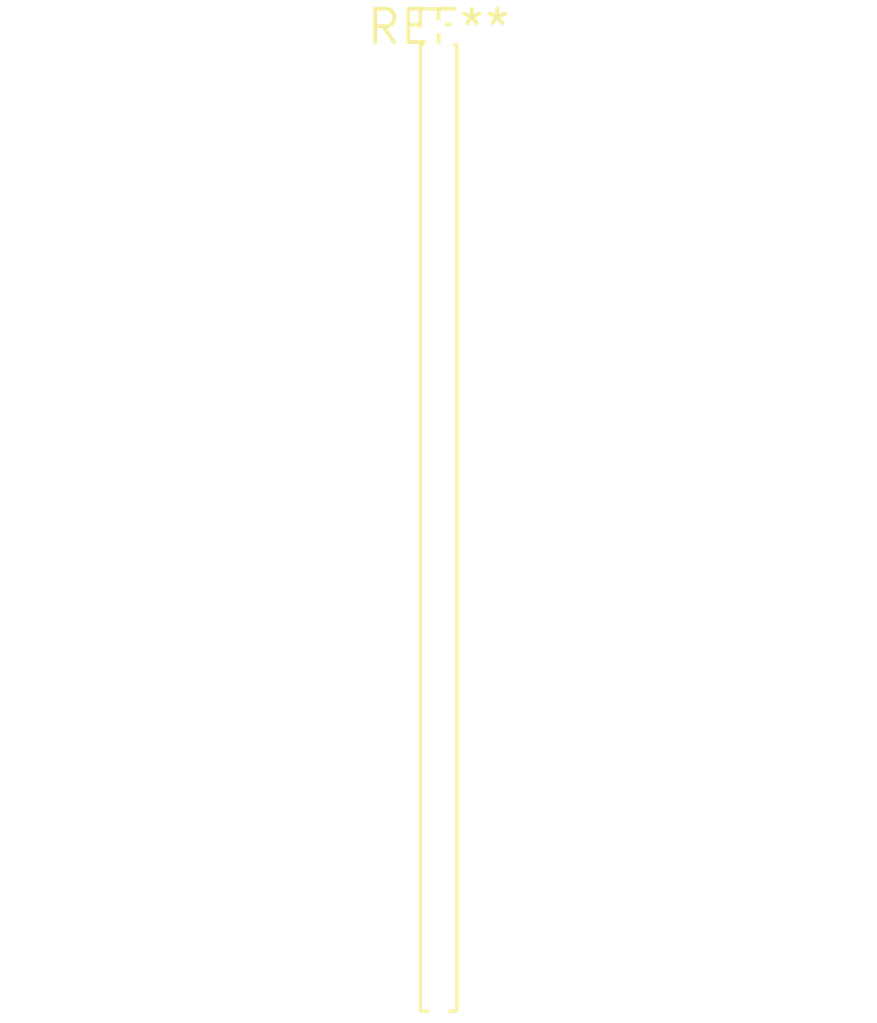
<source format=kicad_pcb>
(kicad_pcb (version 20240108) (generator pcbnew)
  (layers (0 "F.Cu" signal) (31 "B.Cu" signal) (34 "B.Paste" user) (35 "F.Paste" user) (36 "B.SilkS" user "B.Silkscreen") (37 "F.SilkS" user "F.Silkscreen") (38 "B.Mask" user) (39 "F.Mask" user) (44 "Edge.Cuts" user))
  (net 0 "")
  (footprint "PinHeader_1x38_P1.00mm_Vertical" (layer "F.Cu") (at 0 0)
    (property "Reference" "REF**")
    (property "Value" "PinHeader_1x38_P1.00mm_Vertical")
    (fp_line (start -0.695 -0.685) (end 0 -0.685) (layer "F.SilkS") (stroke (width 0.12)))
    (fp_line (start -0.695 0) (end -0.695 -0.685) (layer "F.SilkS") (stroke (width 0.12)))
    (fp_line (start -0.695 0.685) (end -0.695 37.56) (layer "F.SilkS") (stroke (width 0.12)))
    (fp_line (start -0.695 0.685) (end -0.608276 0.685) (layer "F.SilkS") (stroke (width 0.12)))
    (fp_line (start -0.695 37.56) (end -0.394493 37.56) (layer "F.SilkS") (stroke (width 0.12)))
    (fp_line (start 0.394493 37.56) (end 0.695 37.56) (layer "F.SilkS") (stroke (width 0.12)))
    (fp_line (start 0.608276 0.685) (end 0.695 0.685) (layer "F.SilkS") (stroke (width 0.12)))
    (fp_line (start 0.695 0.685) (end 0.695 37.56) (layer "F.SilkS") (stroke (width 0.12)))
    (pad "1" thru_hole rect (at 0 0) (size 0.85 0.85) (drill 0.5) (layers *.Cu *.Mask) (remove_unused_layers))
    (pad "2" thru_hole oval (at 0 1) (size 0.85 0.85) (drill 0.5) (layers *.Cu *.Mask) (remove_unused_layers))
    (pad "3" thru_hole oval (at 0 2) (size 0.85 0.85) (drill 0.5) (layers *.Cu *.Mask) (remove_unused_layers))
    (pad "4" thru_hole oval (at 0 3) (size 0.85 0.85) (drill 0.5) (layers *.Cu *.Mask) (remove_unused_layers))
    (pad "5" thru_hole oval (at 0 4) (size 0.85 0.85) (drill 0.5) (layers *.Cu *.Mask) (remove_unused_layers))
    (pad "6" thru_hole oval (at 0 5) (size 0.85 0.85) (drill 0.5) (layers *.Cu *.Mask) (remove_unused_layers))
    (pad "7" thru_hole oval (at 0 6) (size 0.85 0.85) (drill 0.5) (layers *.Cu *.Mask) (remove_unused_layers))
    (pad "8" thru_hole oval (at 0 7) (size 0.85 0.85) (drill 0.5) (layers *.Cu *.Mask) (remove_unused_layers))
    (pad "9" thru_hole oval (at 0 8) (size 0.85 0.85) (drill 0.5) (layers *.Cu *.Mask) (remove_unused_layers))
    (pad "10" thru_hole oval (at 0 9) (size 0.85 0.85) (drill 0.5) (layers *.Cu *.Mask) (remove_unused_layers))
    (pad "11" thru_hole oval (at 0 10) (size 0.85 0.85) (drill 0.5) (layers *.Cu *.Mask) (remove_unused_layers))
    (pad "12" thru_hole oval (at 0 11) (size 0.85 0.85) (drill 0.5) (layers *.Cu *.Mask) (remove_unused_layers))
    (pad "13" thru_hole oval (at 0 12) (size 0.85 0.85) (drill 0.5) (layers *.Cu *.Mask) (remove_unused_layers))
    (pad "14" thru_hole oval (at 0 13) (size 0.85 0.85) (drill 0.5) (layers *.Cu *.Mask) (remove_unused_layers))
    (pad "15" thru_hole oval (at 0 14) (size 0.85 0.85) (drill 0.5) (layers *.Cu *.Mask) (remove_unused_layers))
    (pad "16" thru_hole oval (at 0 15) (size 0.85 0.85) (drill 0.5) (layers *.Cu *.Mask) (remove_unused_layers))
    (pad "17" thru_hole oval (at 0 16) (size 0.85 0.85) (drill 0.5) (layers *.Cu *.Mask) (remove_unused_layers))
    (pad "18" thru_hole oval (at 0 17) (size 0.85 0.85) (drill 0.5) (layers *.Cu *.Mask) (remove_unused_layers))
    (pad "19" thru_hole oval (at 0 18) (size 0.85 0.85) (drill 0.5) (layers *.Cu *.Mask) (remove_unused_layers))
    (pad "20" thru_hole oval (at 0 19) (size 0.85 0.85) (drill 0.5) (layers *.Cu *.Mask) (remove_unused_layers))
    (pad "21" thru_hole oval (at 0 20) (size 0.85 0.85) (drill 0.5) (layers *.Cu *.Mask) (remove_unused_layers))
    (pad "22" thru_hole oval (at 0 21) (size 0.85 0.85) (drill 0.5) (layers *.Cu *.Mask) (remove_unused_layers))
    (pad "23" thru_hole oval (at 0 22) (size 0.85 0.85) (drill 0.5) (layers *.Cu *.Mask) (remove_unused_layers))
    (pad "24" thru_hole oval (at 0 23) (size 0.85 0.85) (drill 0.5) (layers *.Cu *.Mask) (remove_unused_layers))
    (pad "25" thru_hole oval (at 0 24) (size 0.85 0.85) (drill 0.5) (layers *.Cu *.Mask) (remove_unused_layers))
    (pad "26" thru_hole oval (at 0 25) (size 0.85 0.85) (drill 0.5) (layers *.Cu *.Mask) (remove_unused_layers))
    (pad "27" thru_hole oval (at 0 26) (size 0.85 0.85) (drill 0.5) (layers *.Cu *.Mask) (remove_unused_layers))
    (pad "28" thru_hole oval (at 0 27) (size 0.85 0.85) (drill 0.5) (layers *.Cu *.Mask) (remove_unused_layers))
    (pad "29" thru_hole oval (at 0 28) (size 0.85 0.85) (drill 0.5) (layers *.Cu *.Mask) (remove_unused_layers))
    (pad "30" thru_hole oval (at 0 29) (size 0.85 0.85) (drill 0.5) (layers *.Cu *.Mask) (remove_unused_layers))
    (pad "31" thru_hole oval (at 0 30) (size 0.85 0.85) (drill 0.5) (layers *.Cu *.Mask) (remove_unused_layers))
    (pad "32" thru_hole oval (at 0 31) (size 0.85 0.85) (drill 0.5) (layers *.Cu *.Mask) (remove_unused_layers))
    (pad "33" thru_hole oval (at 0 32) (size 0.85 0.85) (drill 0.5) (layers *.Cu *.Mask) (remove_unused_layers))
    (pad "34" thru_hole oval (at 0 33) (size 0.85 0.85) (drill 0.5) (layers *.Cu *.Mask) (remove_unused_layers))
    (pad "35" thru_hole oval (at 0 34) (size 0.85 0.85) (drill 0.5) (layers *.Cu *.Mask) (remove_unused_layers))
    (pad "36" thru_hole oval (at 0 35) (size 0.85 0.85) (drill 0.5) (layers *.Cu *.Mask) (remove_unused_layers))
    (pad "37" thru_hole oval (at 0 36) (size 0.85 0.85) (drill 0.5) (layers *.Cu *.Mask) (remove_unused_layers))
    (pad "38" thru_hole oval (at 0 37) (size 0.85 0.85) (drill 0.5) (layers *.Cu *.Mask) (remove_unused_layers))
  )
)
</source>
